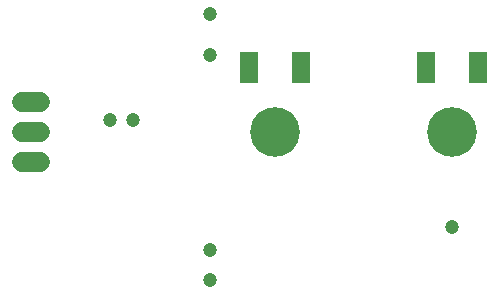
<source format=gbr>
G04 EAGLE Gerber X2 export*
%TF.Part,Single*%
%TF.FileFunction,Soldermask,Bot,1*%
%TF.FilePolarity,Negative*%
%TF.GenerationSoftware,Autodesk,EAGLE,9.1.0*%
%TF.CreationDate,2020-08-17T16:38:24Z*%
G75*
%MOMM*%
%FSLAX34Y34*%
%LPD*%
%AMOC8*
5,1,8,0,0,1.08239X$1,22.5*%
G01*
%ADD10R,1.603200X0.653200*%
%ADD11C,1.727200*%
%ADD12C,1.203200*%
%ADD13C,4.203200*%


D10*
X422000Y209750D03*
X422000Y203250D03*
X422000Y196750D03*
X422000Y190250D03*
X378000Y190250D03*
X378000Y196750D03*
X378000Y203250D03*
X378000Y209750D03*
X272000Y209750D03*
X272000Y203250D03*
X272000Y196750D03*
X272000Y190250D03*
X228000Y190250D03*
X228000Y196750D03*
X228000Y203250D03*
X228000Y209750D03*
D11*
X51120Y119600D02*
X35880Y119600D01*
X35880Y145000D02*
X51120Y145000D01*
X51120Y170400D02*
X35880Y170400D01*
D12*
X195000Y245000D03*
D13*
X400000Y145000D03*
X250000Y145000D03*
D12*
X195000Y210000D03*
X400000Y65000D03*
X130000Y155000D03*
X195000Y45000D03*
X110000Y155000D03*
X195000Y20000D03*
M02*

</source>
